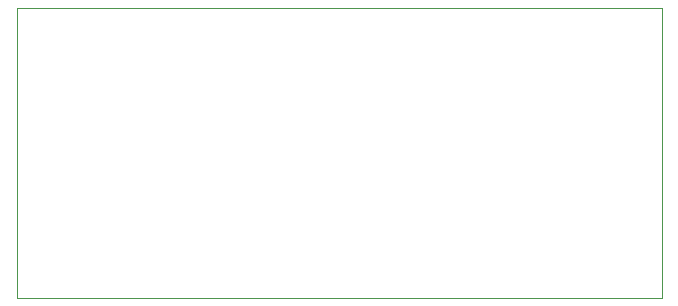
<source format=gm1>
%TF.GenerationSoftware,KiCad,Pcbnew,7.0.1*%
%TF.CreationDate,2023-06-11T13:37:54+05:30*%
%TF.ProjectId,EXP NO 8,45585020-4e4f-4203-982e-6b696361645f,rev?*%
%TF.SameCoordinates,Original*%
%TF.FileFunction,Profile,NP*%
%FSLAX46Y46*%
G04 Gerber Fmt 4.6, Leading zero omitted, Abs format (unit mm)*
G04 Created by KiCad (PCBNEW 7.0.1) date 2023-06-11 13:37:54*
%MOMM*%
%LPD*%
G01*
G04 APERTURE LIST*
%TA.AperFunction,Profile*%
%ADD10C,0.100000*%
%TD*%
G04 APERTURE END LIST*
D10*
X95200000Y-63700000D02*
X149800000Y-63700000D01*
X149800000Y-88300000D01*
X95200000Y-88300000D01*
X95200000Y-63700000D01*
M02*

</source>
